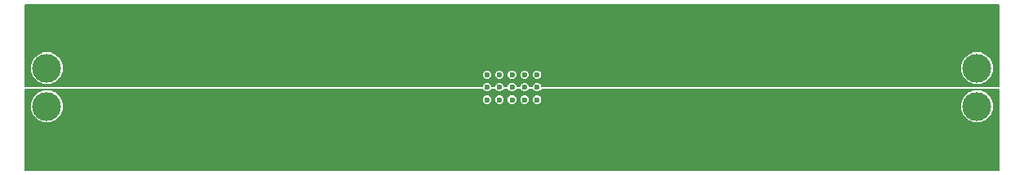
<source format=gbl>
G04 #@! TF.FileFunction,Copper,L2,Bot,Signal*
%FSLAX46Y46*%
G04 Gerber Fmt 4.6, Leading zero omitted, Abs format (unit mm)*
G04 Created by KiCad (PCBNEW (2015-06-12 BZR 5734)-product) date Wednesday, July 15, 2015 'PMt' 05:18:17 PM*
%MOMM*%
G01*
G04 APERTURE LIST*
%ADD10C,0.100000*%
%ADD11C,0.600000*%
%ADD12C,0.750000*%
%ADD13C,3.000000*%
%ADD14R,3.000000X3.000000*%
%ADD15C,0.500000*%
%ADD16C,0.153000*%
G04 APERTURE END LIST*
D10*
D11*
X129603500Y-91401900D03*
X129603500Y-92701900D03*
X129603500Y-94001900D03*
X128303500Y-91401900D03*
X128303500Y-92701900D03*
X128303500Y-94001900D03*
X127003500Y-91401900D03*
X127003500Y-92701900D03*
X127003500Y-94001900D03*
X125703500Y-91401900D03*
X125703500Y-92701900D03*
X125703500Y-94001900D03*
X124403500Y-91401900D03*
X124403500Y-92701900D03*
X124403500Y-94001900D03*
D12*
X171196000Y-96774000D03*
X169164000Y-96774000D03*
X169164000Y-93726000D03*
X169164000Y-95250000D03*
X171196000Y-95250000D03*
X171196000Y-93726000D03*
X161036000Y-96774000D03*
X159004000Y-96774000D03*
X159004000Y-93726000D03*
X159004000Y-95250000D03*
X161036000Y-95250000D03*
X161036000Y-93726000D03*
X145796000Y-96774000D03*
X143764000Y-96774000D03*
X143764000Y-93726000D03*
X143764000Y-95250000D03*
X145796000Y-95250000D03*
X145796000Y-93726000D03*
X135636000Y-96774000D03*
X133604000Y-96774000D03*
X133604000Y-93726000D03*
X133604000Y-95250000D03*
X135636000Y-95250000D03*
X135636000Y-93726000D03*
X118364000Y-96774000D03*
X118364000Y-93726000D03*
X118364000Y-95250000D03*
X110236000Y-96774000D03*
X108204000Y-96774000D03*
X108204000Y-93726000D03*
X108204000Y-95250000D03*
X110236000Y-95250000D03*
X110236000Y-93726000D03*
X94996000Y-96774000D03*
X92964000Y-95250000D03*
X94996000Y-95250000D03*
X94996000Y-93726000D03*
X92964000Y-93726000D03*
X92964000Y-96774000D03*
X84836000Y-96774000D03*
X82804000Y-96774000D03*
X82804000Y-95250000D03*
X84836000Y-95250000D03*
X84836000Y-93726000D03*
D13*
X78740000Y-86766400D03*
X78740000Y-90726400D03*
X78740000Y-94686400D03*
D14*
X78740000Y-98646400D03*
D13*
X175260000Y-86766400D03*
X175260000Y-90726400D03*
X175260000Y-94686400D03*
D14*
X175260000Y-98646400D03*
D12*
X82804000Y-93726000D03*
D15*
X122199400Y-90068400D03*
X152450800Y-89458800D03*
X129260600Y-88061800D03*
X122174000Y-95402400D03*
X129540000Y-96692410D03*
D16*
X129260600Y-88061800D02*
X124206000Y-88061800D01*
X124206000Y-88061800D02*
X122449399Y-89818401D01*
X122449399Y-89818401D02*
X122199400Y-90068400D01*
X175260000Y-86766400D02*
X155143200Y-86766400D01*
X155143200Y-86766400D02*
X152450800Y-89458800D01*
X129260600Y-88061800D02*
X151053800Y-88061800D01*
X151053800Y-88061800D02*
X152450800Y-89458800D01*
X129540000Y-96692410D02*
X123464010Y-96692410D01*
X123464010Y-96692410D02*
X122174000Y-95402400D01*
G36*
X177520500Y-92633500D02*
X176989800Y-92633500D01*
X176989800Y-90383890D01*
X176727054Y-89747997D01*
X176240962Y-89261056D01*
X175605528Y-88997201D01*
X174917490Y-88996600D01*
X174281597Y-89259346D01*
X173794656Y-89745438D01*
X173530801Y-90380872D01*
X173530200Y-91068910D01*
X173792946Y-91704803D01*
X174279038Y-92191744D01*
X174914472Y-92455599D01*
X175602510Y-92456200D01*
X176238403Y-92193454D01*
X176725344Y-91707362D01*
X176989199Y-91071928D01*
X176989800Y-90383890D01*
X176989800Y-92633500D01*
X130133060Y-92633500D01*
X130133092Y-92597038D01*
X130133092Y-91297038D01*
X130052650Y-91102354D01*
X129903830Y-90953273D01*
X129709286Y-90872492D01*
X129498638Y-90872308D01*
X129303954Y-90952750D01*
X129154873Y-91101570D01*
X129074092Y-91296114D01*
X129073908Y-91506762D01*
X129154350Y-91701446D01*
X129303170Y-91850527D01*
X129497714Y-91931308D01*
X129708362Y-91931492D01*
X129903046Y-91851050D01*
X130052127Y-91702230D01*
X130132908Y-91507686D01*
X130133092Y-91297038D01*
X130133092Y-92597038D01*
X130052650Y-92402354D01*
X129903830Y-92253273D01*
X129709286Y-92172492D01*
X129498638Y-92172308D01*
X129303954Y-92252750D01*
X129154873Y-92401570D01*
X129074092Y-92596114D01*
X129074059Y-92633500D01*
X128833060Y-92633500D01*
X128833092Y-92597038D01*
X128833092Y-91297038D01*
X128752650Y-91102354D01*
X128603830Y-90953273D01*
X128409286Y-90872492D01*
X128198638Y-90872308D01*
X128003954Y-90952750D01*
X127854873Y-91101570D01*
X127774092Y-91296114D01*
X127773908Y-91506762D01*
X127854350Y-91701446D01*
X128003170Y-91850527D01*
X128197714Y-91931308D01*
X128408362Y-91931492D01*
X128603046Y-91851050D01*
X128752127Y-91702230D01*
X128832908Y-91507686D01*
X128833092Y-91297038D01*
X128833092Y-92597038D01*
X128752650Y-92402354D01*
X128603830Y-92253273D01*
X128409286Y-92172492D01*
X128198638Y-92172308D01*
X128003954Y-92252750D01*
X127854873Y-92401570D01*
X127774092Y-92596114D01*
X127774059Y-92633500D01*
X127533060Y-92633500D01*
X127533092Y-92597038D01*
X127533092Y-91297038D01*
X127452650Y-91102354D01*
X127303830Y-90953273D01*
X127109286Y-90872492D01*
X126898638Y-90872308D01*
X126703954Y-90952750D01*
X126554873Y-91101570D01*
X126474092Y-91296114D01*
X126473908Y-91506762D01*
X126554350Y-91701446D01*
X126703170Y-91850527D01*
X126897714Y-91931308D01*
X127108362Y-91931492D01*
X127303046Y-91851050D01*
X127452127Y-91702230D01*
X127532908Y-91507686D01*
X127533092Y-91297038D01*
X127533092Y-92597038D01*
X127452650Y-92402354D01*
X127303830Y-92253273D01*
X127109286Y-92172492D01*
X126898638Y-92172308D01*
X126703954Y-92252750D01*
X126554873Y-92401570D01*
X126474092Y-92596114D01*
X126474059Y-92633500D01*
X126233060Y-92633500D01*
X126233092Y-92597038D01*
X126233092Y-91297038D01*
X126152650Y-91102354D01*
X126003830Y-90953273D01*
X125809286Y-90872492D01*
X125598638Y-90872308D01*
X125403954Y-90952750D01*
X125254873Y-91101570D01*
X125174092Y-91296114D01*
X125173908Y-91506762D01*
X125254350Y-91701446D01*
X125403170Y-91850527D01*
X125597714Y-91931308D01*
X125808362Y-91931492D01*
X126003046Y-91851050D01*
X126152127Y-91702230D01*
X126232908Y-91507686D01*
X126233092Y-91297038D01*
X126233092Y-92597038D01*
X126152650Y-92402354D01*
X126003830Y-92253273D01*
X125809286Y-92172492D01*
X125598638Y-92172308D01*
X125403954Y-92252750D01*
X125254873Y-92401570D01*
X125174092Y-92596114D01*
X125174059Y-92633500D01*
X124933060Y-92633500D01*
X124933092Y-92597038D01*
X124933092Y-91297038D01*
X124852650Y-91102354D01*
X124703830Y-90953273D01*
X124509286Y-90872492D01*
X124298638Y-90872308D01*
X124103954Y-90952750D01*
X123954873Y-91101570D01*
X123874092Y-91296114D01*
X123873908Y-91506762D01*
X123954350Y-91701446D01*
X124103170Y-91850527D01*
X124297714Y-91931308D01*
X124508362Y-91931492D01*
X124703046Y-91851050D01*
X124852127Y-91702230D01*
X124932908Y-91507686D01*
X124933092Y-91297038D01*
X124933092Y-92597038D01*
X124852650Y-92402354D01*
X124703830Y-92253273D01*
X124509286Y-92172492D01*
X124298638Y-92172308D01*
X124103954Y-92252750D01*
X123954873Y-92401570D01*
X123874092Y-92596114D01*
X123874059Y-92633500D01*
X80469800Y-92633500D01*
X80469800Y-90383890D01*
X80207054Y-89747997D01*
X79720962Y-89261056D01*
X79085528Y-88997201D01*
X78397490Y-88996600D01*
X77761597Y-89259346D01*
X77274656Y-89745438D01*
X77010801Y-90380872D01*
X77010200Y-91068910D01*
X77272946Y-91704803D01*
X77759038Y-92191744D01*
X78394472Y-92455599D01*
X79082510Y-92456200D01*
X79718403Y-92193454D01*
X80205344Y-91707362D01*
X80469199Y-91071928D01*
X80469800Y-90383890D01*
X80469800Y-92633500D01*
X76479500Y-92633500D01*
X76479500Y-84099500D01*
X177520500Y-84099500D01*
X177520500Y-92633500D01*
X177520500Y-92633500D01*
G37*
X177520500Y-92633500D02*
X176989800Y-92633500D01*
X176989800Y-90383890D01*
X176727054Y-89747997D01*
X176240962Y-89261056D01*
X175605528Y-88997201D01*
X174917490Y-88996600D01*
X174281597Y-89259346D01*
X173794656Y-89745438D01*
X173530801Y-90380872D01*
X173530200Y-91068910D01*
X173792946Y-91704803D01*
X174279038Y-92191744D01*
X174914472Y-92455599D01*
X175602510Y-92456200D01*
X176238403Y-92193454D01*
X176725344Y-91707362D01*
X176989199Y-91071928D01*
X176989800Y-90383890D01*
X176989800Y-92633500D01*
X130133060Y-92633500D01*
X130133092Y-92597038D01*
X130133092Y-91297038D01*
X130052650Y-91102354D01*
X129903830Y-90953273D01*
X129709286Y-90872492D01*
X129498638Y-90872308D01*
X129303954Y-90952750D01*
X129154873Y-91101570D01*
X129074092Y-91296114D01*
X129073908Y-91506762D01*
X129154350Y-91701446D01*
X129303170Y-91850527D01*
X129497714Y-91931308D01*
X129708362Y-91931492D01*
X129903046Y-91851050D01*
X130052127Y-91702230D01*
X130132908Y-91507686D01*
X130133092Y-91297038D01*
X130133092Y-92597038D01*
X130052650Y-92402354D01*
X129903830Y-92253273D01*
X129709286Y-92172492D01*
X129498638Y-92172308D01*
X129303954Y-92252750D01*
X129154873Y-92401570D01*
X129074092Y-92596114D01*
X129074059Y-92633500D01*
X128833060Y-92633500D01*
X128833092Y-92597038D01*
X128833092Y-91297038D01*
X128752650Y-91102354D01*
X128603830Y-90953273D01*
X128409286Y-90872492D01*
X128198638Y-90872308D01*
X128003954Y-90952750D01*
X127854873Y-91101570D01*
X127774092Y-91296114D01*
X127773908Y-91506762D01*
X127854350Y-91701446D01*
X128003170Y-91850527D01*
X128197714Y-91931308D01*
X128408362Y-91931492D01*
X128603046Y-91851050D01*
X128752127Y-91702230D01*
X128832908Y-91507686D01*
X128833092Y-91297038D01*
X128833092Y-92597038D01*
X128752650Y-92402354D01*
X128603830Y-92253273D01*
X128409286Y-92172492D01*
X128198638Y-92172308D01*
X128003954Y-92252750D01*
X127854873Y-92401570D01*
X127774092Y-92596114D01*
X127774059Y-92633500D01*
X127533060Y-92633500D01*
X127533092Y-92597038D01*
X127533092Y-91297038D01*
X127452650Y-91102354D01*
X127303830Y-90953273D01*
X127109286Y-90872492D01*
X126898638Y-90872308D01*
X126703954Y-90952750D01*
X126554873Y-91101570D01*
X126474092Y-91296114D01*
X126473908Y-91506762D01*
X126554350Y-91701446D01*
X126703170Y-91850527D01*
X126897714Y-91931308D01*
X127108362Y-91931492D01*
X127303046Y-91851050D01*
X127452127Y-91702230D01*
X127532908Y-91507686D01*
X127533092Y-91297038D01*
X127533092Y-92597038D01*
X127452650Y-92402354D01*
X127303830Y-92253273D01*
X127109286Y-92172492D01*
X126898638Y-92172308D01*
X126703954Y-92252750D01*
X126554873Y-92401570D01*
X126474092Y-92596114D01*
X126474059Y-92633500D01*
X126233060Y-92633500D01*
X126233092Y-92597038D01*
X126233092Y-91297038D01*
X126152650Y-91102354D01*
X126003830Y-90953273D01*
X125809286Y-90872492D01*
X125598638Y-90872308D01*
X125403954Y-90952750D01*
X125254873Y-91101570D01*
X125174092Y-91296114D01*
X125173908Y-91506762D01*
X125254350Y-91701446D01*
X125403170Y-91850527D01*
X125597714Y-91931308D01*
X125808362Y-91931492D01*
X126003046Y-91851050D01*
X126152127Y-91702230D01*
X126232908Y-91507686D01*
X126233092Y-91297038D01*
X126233092Y-92597038D01*
X126152650Y-92402354D01*
X126003830Y-92253273D01*
X125809286Y-92172492D01*
X125598638Y-92172308D01*
X125403954Y-92252750D01*
X125254873Y-92401570D01*
X125174092Y-92596114D01*
X125174059Y-92633500D01*
X124933060Y-92633500D01*
X124933092Y-92597038D01*
X124933092Y-91297038D01*
X124852650Y-91102354D01*
X124703830Y-90953273D01*
X124509286Y-90872492D01*
X124298638Y-90872308D01*
X124103954Y-90952750D01*
X123954873Y-91101570D01*
X123874092Y-91296114D01*
X123873908Y-91506762D01*
X123954350Y-91701446D01*
X124103170Y-91850527D01*
X124297714Y-91931308D01*
X124508362Y-91931492D01*
X124703046Y-91851050D01*
X124852127Y-91702230D01*
X124932908Y-91507686D01*
X124933092Y-91297038D01*
X124933092Y-92597038D01*
X124852650Y-92402354D01*
X124703830Y-92253273D01*
X124509286Y-92172492D01*
X124298638Y-92172308D01*
X124103954Y-92252750D01*
X123954873Y-92401570D01*
X123874092Y-92596114D01*
X123874059Y-92633500D01*
X80469800Y-92633500D01*
X80469800Y-90383890D01*
X80207054Y-89747997D01*
X79720962Y-89261056D01*
X79085528Y-88997201D01*
X78397490Y-88996600D01*
X77761597Y-89259346D01*
X77274656Y-89745438D01*
X77010801Y-90380872D01*
X77010200Y-91068910D01*
X77272946Y-91704803D01*
X77759038Y-92191744D01*
X78394472Y-92455599D01*
X79082510Y-92456200D01*
X79718403Y-92193454D01*
X80205344Y-91707362D01*
X80469199Y-91071928D01*
X80469800Y-90383890D01*
X80469800Y-92633500D01*
X76479500Y-92633500D01*
X76479500Y-84099500D01*
X177520500Y-84099500D01*
X177520500Y-92633500D01*
G36*
X177520500Y-101320500D02*
X176989800Y-101320500D01*
X176989800Y-94343890D01*
X176727054Y-93707997D01*
X176240962Y-93221056D01*
X175605528Y-92957201D01*
X174917490Y-92956600D01*
X174281597Y-93219346D01*
X173794656Y-93705438D01*
X173530801Y-94340872D01*
X173530200Y-95028910D01*
X173792946Y-95664803D01*
X174279038Y-96151744D01*
X174914472Y-96415599D01*
X175602510Y-96416200D01*
X176238403Y-96153454D01*
X176725344Y-95667362D01*
X176989199Y-95031928D01*
X176989800Y-94343890D01*
X176989800Y-101320500D01*
X130133092Y-101320500D01*
X130133092Y-93897038D01*
X130052650Y-93702354D01*
X129903830Y-93553273D01*
X129709286Y-93472492D01*
X129498638Y-93472308D01*
X129303954Y-93552750D01*
X129154873Y-93701570D01*
X129074092Y-93896114D01*
X129073908Y-94106762D01*
X129154350Y-94301446D01*
X129303170Y-94450527D01*
X129497714Y-94531308D01*
X129708362Y-94531492D01*
X129903046Y-94451050D01*
X130052127Y-94302230D01*
X130132908Y-94107686D01*
X130133092Y-93897038D01*
X130133092Y-101320500D01*
X128833092Y-101320500D01*
X128833092Y-93897038D01*
X128752650Y-93702354D01*
X128603830Y-93553273D01*
X128409286Y-93472492D01*
X128198638Y-93472308D01*
X128003954Y-93552750D01*
X127854873Y-93701570D01*
X127774092Y-93896114D01*
X127773908Y-94106762D01*
X127854350Y-94301446D01*
X128003170Y-94450527D01*
X128197714Y-94531308D01*
X128408362Y-94531492D01*
X128603046Y-94451050D01*
X128752127Y-94302230D01*
X128832908Y-94107686D01*
X128833092Y-93897038D01*
X128833092Y-101320500D01*
X127533092Y-101320500D01*
X127533092Y-93897038D01*
X127452650Y-93702354D01*
X127303830Y-93553273D01*
X127109286Y-93472492D01*
X126898638Y-93472308D01*
X126703954Y-93552750D01*
X126554873Y-93701570D01*
X126474092Y-93896114D01*
X126473908Y-94106762D01*
X126554350Y-94301446D01*
X126703170Y-94450527D01*
X126897714Y-94531308D01*
X127108362Y-94531492D01*
X127303046Y-94451050D01*
X127452127Y-94302230D01*
X127532908Y-94107686D01*
X127533092Y-93897038D01*
X127533092Y-101320500D01*
X126233092Y-101320500D01*
X126233092Y-93897038D01*
X126152650Y-93702354D01*
X126003830Y-93553273D01*
X125809286Y-93472492D01*
X125598638Y-93472308D01*
X125403954Y-93552750D01*
X125254873Y-93701570D01*
X125174092Y-93896114D01*
X125173908Y-94106762D01*
X125254350Y-94301446D01*
X125403170Y-94450527D01*
X125597714Y-94531308D01*
X125808362Y-94531492D01*
X126003046Y-94451050D01*
X126152127Y-94302230D01*
X126232908Y-94107686D01*
X126233092Y-93897038D01*
X126233092Y-101320500D01*
X124933092Y-101320500D01*
X124933092Y-93897038D01*
X124852650Y-93702354D01*
X124703830Y-93553273D01*
X124509286Y-93472492D01*
X124298638Y-93472308D01*
X124103954Y-93552750D01*
X123954873Y-93701570D01*
X123874092Y-93896114D01*
X123873908Y-94106762D01*
X123954350Y-94301446D01*
X124103170Y-94450527D01*
X124297714Y-94531308D01*
X124508362Y-94531492D01*
X124703046Y-94451050D01*
X124852127Y-94302230D01*
X124932908Y-94107686D01*
X124933092Y-93897038D01*
X124933092Y-101320500D01*
X80469800Y-101320500D01*
X80469800Y-94343890D01*
X80207054Y-93707997D01*
X79720962Y-93221056D01*
X79085528Y-92957201D01*
X78397490Y-92956600D01*
X77761597Y-93219346D01*
X77274656Y-93705438D01*
X77010801Y-94340872D01*
X77010200Y-95028910D01*
X77272946Y-95664803D01*
X77759038Y-96151744D01*
X78394472Y-96415599D01*
X79082510Y-96416200D01*
X79718403Y-96153454D01*
X80205344Y-95667362D01*
X80469199Y-95031928D01*
X80469800Y-94343890D01*
X80469800Y-101320500D01*
X76479500Y-101320500D01*
X76479500Y-92939500D01*
X123928754Y-92939500D01*
X123954350Y-93001446D01*
X124103170Y-93150527D01*
X124297714Y-93231308D01*
X124508362Y-93231492D01*
X124703046Y-93151050D01*
X124852127Y-93002230D01*
X124878174Y-92939500D01*
X125228754Y-92939500D01*
X125254350Y-93001446D01*
X125403170Y-93150527D01*
X125597714Y-93231308D01*
X125808362Y-93231492D01*
X126003046Y-93151050D01*
X126152127Y-93002230D01*
X126178174Y-92939500D01*
X126528754Y-92939500D01*
X126554350Y-93001446D01*
X126703170Y-93150527D01*
X126897714Y-93231308D01*
X127108362Y-93231492D01*
X127303046Y-93151050D01*
X127452127Y-93002230D01*
X127478174Y-92939500D01*
X127828754Y-92939500D01*
X127854350Y-93001446D01*
X128003170Y-93150527D01*
X128197714Y-93231308D01*
X128408362Y-93231492D01*
X128603046Y-93151050D01*
X128752127Y-93002230D01*
X128778174Y-92939500D01*
X129128754Y-92939500D01*
X129154350Y-93001446D01*
X129303170Y-93150527D01*
X129497714Y-93231308D01*
X129708362Y-93231492D01*
X129903046Y-93151050D01*
X130052127Y-93002230D01*
X130078174Y-92939500D01*
X177520500Y-92939500D01*
X177520500Y-101320500D01*
X177520500Y-101320500D01*
G37*
X177520500Y-101320500D02*
X176989800Y-101320500D01*
X176989800Y-94343890D01*
X176727054Y-93707997D01*
X176240962Y-93221056D01*
X175605528Y-92957201D01*
X174917490Y-92956600D01*
X174281597Y-93219346D01*
X173794656Y-93705438D01*
X173530801Y-94340872D01*
X173530200Y-95028910D01*
X173792946Y-95664803D01*
X174279038Y-96151744D01*
X174914472Y-96415599D01*
X175602510Y-96416200D01*
X176238403Y-96153454D01*
X176725344Y-95667362D01*
X176989199Y-95031928D01*
X176989800Y-94343890D01*
X176989800Y-101320500D01*
X130133092Y-101320500D01*
X130133092Y-93897038D01*
X130052650Y-93702354D01*
X129903830Y-93553273D01*
X129709286Y-93472492D01*
X129498638Y-93472308D01*
X129303954Y-93552750D01*
X129154873Y-93701570D01*
X129074092Y-93896114D01*
X129073908Y-94106762D01*
X129154350Y-94301446D01*
X129303170Y-94450527D01*
X129497714Y-94531308D01*
X129708362Y-94531492D01*
X129903046Y-94451050D01*
X130052127Y-94302230D01*
X130132908Y-94107686D01*
X130133092Y-93897038D01*
X130133092Y-101320500D01*
X128833092Y-101320500D01*
X128833092Y-93897038D01*
X128752650Y-93702354D01*
X128603830Y-93553273D01*
X128409286Y-93472492D01*
X128198638Y-93472308D01*
X128003954Y-93552750D01*
X127854873Y-93701570D01*
X127774092Y-93896114D01*
X127773908Y-94106762D01*
X127854350Y-94301446D01*
X128003170Y-94450527D01*
X128197714Y-94531308D01*
X128408362Y-94531492D01*
X128603046Y-94451050D01*
X128752127Y-94302230D01*
X128832908Y-94107686D01*
X128833092Y-93897038D01*
X128833092Y-101320500D01*
X127533092Y-101320500D01*
X127533092Y-93897038D01*
X127452650Y-93702354D01*
X127303830Y-93553273D01*
X127109286Y-93472492D01*
X126898638Y-93472308D01*
X126703954Y-93552750D01*
X126554873Y-93701570D01*
X126474092Y-93896114D01*
X126473908Y-94106762D01*
X126554350Y-94301446D01*
X126703170Y-94450527D01*
X126897714Y-94531308D01*
X127108362Y-94531492D01*
X127303046Y-94451050D01*
X127452127Y-94302230D01*
X127532908Y-94107686D01*
X127533092Y-93897038D01*
X127533092Y-101320500D01*
X126233092Y-101320500D01*
X126233092Y-93897038D01*
X126152650Y-93702354D01*
X126003830Y-93553273D01*
X125809286Y-93472492D01*
X125598638Y-93472308D01*
X125403954Y-93552750D01*
X125254873Y-93701570D01*
X125174092Y-93896114D01*
X125173908Y-94106762D01*
X125254350Y-94301446D01*
X125403170Y-94450527D01*
X125597714Y-94531308D01*
X125808362Y-94531492D01*
X126003046Y-94451050D01*
X126152127Y-94302230D01*
X126232908Y-94107686D01*
X126233092Y-93897038D01*
X126233092Y-101320500D01*
X124933092Y-101320500D01*
X124933092Y-93897038D01*
X124852650Y-93702354D01*
X124703830Y-93553273D01*
X124509286Y-93472492D01*
X124298638Y-93472308D01*
X124103954Y-93552750D01*
X123954873Y-93701570D01*
X123874092Y-93896114D01*
X123873908Y-94106762D01*
X123954350Y-94301446D01*
X124103170Y-94450527D01*
X124297714Y-94531308D01*
X124508362Y-94531492D01*
X124703046Y-94451050D01*
X124852127Y-94302230D01*
X124932908Y-94107686D01*
X124933092Y-93897038D01*
X124933092Y-101320500D01*
X80469800Y-101320500D01*
X80469800Y-94343890D01*
X80207054Y-93707997D01*
X79720962Y-93221056D01*
X79085528Y-92957201D01*
X78397490Y-92956600D01*
X77761597Y-93219346D01*
X77274656Y-93705438D01*
X77010801Y-94340872D01*
X77010200Y-95028910D01*
X77272946Y-95664803D01*
X77759038Y-96151744D01*
X78394472Y-96415599D01*
X79082510Y-96416200D01*
X79718403Y-96153454D01*
X80205344Y-95667362D01*
X80469199Y-95031928D01*
X80469800Y-94343890D01*
X80469800Y-101320500D01*
X76479500Y-101320500D01*
X76479500Y-92939500D01*
X123928754Y-92939500D01*
X123954350Y-93001446D01*
X124103170Y-93150527D01*
X124297714Y-93231308D01*
X124508362Y-93231492D01*
X124703046Y-93151050D01*
X124852127Y-93002230D01*
X124878174Y-92939500D01*
X125228754Y-92939500D01*
X125254350Y-93001446D01*
X125403170Y-93150527D01*
X125597714Y-93231308D01*
X125808362Y-93231492D01*
X126003046Y-93151050D01*
X126152127Y-93002230D01*
X126178174Y-92939500D01*
X126528754Y-92939500D01*
X126554350Y-93001446D01*
X126703170Y-93150527D01*
X126897714Y-93231308D01*
X127108362Y-93231492D01*
X127303046Y-93151050D01*
X127452127Y-93002230D01*
X127478174Y-92939500D01*
X127828754Y-92939500D01*
X127854350Y-93001446D01*
X128003170Y-93150527D01*
X128197714Y-93231308D01*
X128408362Y-93231492D01*
X128603046Y-93151050D01*
X128752127Y-93002230D01*
X128778174Y-92939500D01*
X129128754Y-92939500D01*
X129154350Y-93001446D01*
X129303170Y-93150527D01*
X129497714Y-93231308D01*
X129708362Y-93231492D01*
X129903046Y-93151050D01*
X130052127Y-93002230D01*
X130078174Y-92939500D01*
X177520500Y-92939500D01*
X177520500Y-101320500D01*
M02*

</source>
